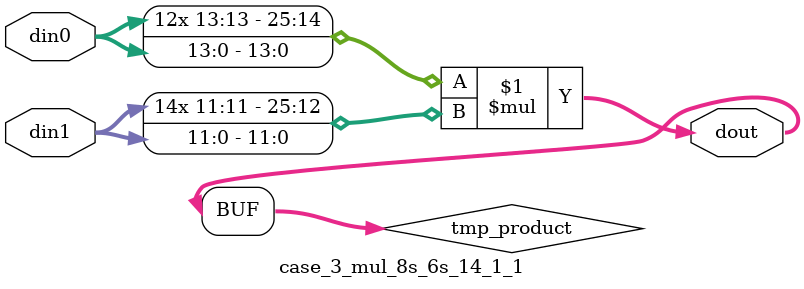
<source format=v>

`timescale 1 ns / 1 ps

 (* use_dsp = "no" *)  module case_3_mul_8s_6s_14_1_1(din0, din1, dout);
parameter ID = 1;
parameter NUM_STAGE = 0;
parameter din0_WIDTH = 14;
parameter din1_WIDTH = 12;
parameter dout_WIDTH = 26;

input [din0_WIDTH - 1 : 0] din0; 
input [din1_WIDTH - 1 : 0] din1; 
output [dout_WIDTH - 1 : 0] dout;

wire signed [dout_WIDTH - 1 : 0] tmp_product;



























assign tmp_product = $signed(din0) * $signed(din1);








assign dout = tmp_product;





















endmodule

</source>
